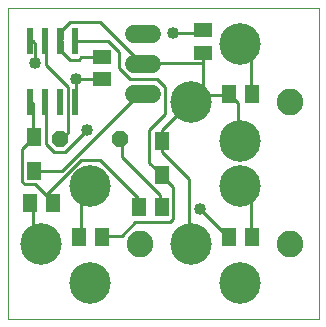
<source format=gbl>
G75*
%MOIN*%
%OFA0B0*%
%FSLAX25Y25*%
%IPPOS*%
%LPD*%
%AMOC8*
5,1,8,0,0,1.08239X$1,22.5*
%
%ADD10C,0.00000*%
%ADD11R,0.05906X0.05118*%
%ADD12R,0.05118X0.05906*%
%ADD13OC8,0.05200*%
%ADD14R,0.04724X0.05906*%
%ADD15R,0.02362X0.08661*%
%ADD16C,0.06000*%
%ADD17C,0.13843*%
%ADD18C,0.08858*%
%ADD19C,0.01000*%
%ADD20C,0.04000*%
D10*
X0003500Y0001000D02*
X0003500Y0104711D01*
X0107201Y0104711D01*
X0107201Y0001000D01*
X0003500Y0001000D01*
D11*
X0034750Y0081010D03*
X0034750Y0088490D03*
X0068500Y0089760D03*
X0068500Y0097240D03*
D12*
X0077260Y0076000D03*
X0084740Y0076000D03*
X0054740Y0038500D03*
X0047260Y0038500D03*
X0034740Y0028500D03*
X0027260Y0028500D03*
X0018490Y0039750D03*
X0011010Y0039750D03*
X0077260Y0028500D03*
X0084740Y0028500D03*
D13*
X0041000Y0061000D03*
X0021000Y0061000D03*
D14*
X0012250Y0061709D03*
X0012250Y0050291D03*
X0054750Y0049041D03*
X0054750Y0060459D03*
D15*
X0026000Y0073264D03*
X0021000Y0073264D03*
X0016000Y0073264D03*
X0011000Y0073264D03*
X0011000Y0093736D03*
X0016000Y0093736D03*
X0021000Y0093736D03*
X0026000Y0093736D03*
D16*
X0045500Y0096000D02*
X0051500Y0096000D01*
X0051500Y0086000D02*
X0045500Y0086000D01*
X0045500Y0076000D02*
X0051500Y0076000D01*
D17*
X0064465Y0073500D03*
X0081000Y0060508D03*
X0081000Y0045291D03*
X0064465Y0026000D03*
X0081000Y0013008D03*
X0031000Y0013008D03*
X0014465Y0026000D03*
X0031000Y0045291D03*
X0081000Y0092791D03*
D18*
X0097535Y0073500D03*
X0097535Y0026000D03*
X0047535Y0026000D03*
D19*
X0041500Y0028900D02*
X0046000Y0033400D01*
X0057700Y0033400D01*
X0058600Y0034300D01*
X0058600Y0045100D01*
X0055000Y0048700D01*
X0054750Y0049041D01*
X0054100Y0049600D01*
X0050500Y0053200D01*
X0050500Y0064000D01*
X0055900Y0069400D01*
X0055900Y0078400D01*
X0053200Y0081100D01*
X0044200Y0081100D01*
X0040600Y0084700D01*
X0040600Y0090100D01*
X0037000Y0093700D01*
X0026200Y0093700D01*
X0026000Y0093736D01*
X0021700Y0093700D02*
X0021700Y0090100D01*
X0024400Y0087400D01*
X0027100Y0087400D01*
X0028000Y0088300D01*
X0034300Y0088300D01*
X0034750Y0088490D01*
X0034300Y0081100D02*
X0034750Y0081010D01*
X0034300Y0081100D02*
X0026200Y0081100D01*
X0026200Y0073900D01*
X0026000Y0073264D01*
X0023500Y0078400D02*
X0023500Y0063100D01*
X0021700Y0061300D01*
X0021000Y0061000D01*
X0022600Y0056800D02*
X0019000Y0056800D01*
X0016300Y0059500D01*
X0016300Y0073000D01*
X0016000Y0073264D01*
X0011800Y0073000D02*
X0011000Y0073264D01*
X0011800Y0073000D02*
X0011800Y0062200D01*
X0012250Y0061709D01*
X0011800Y0061300D01*
X0008200Y0057700D01*
X0008200Y0046900D01*
X0009100Y0046000D01*
X0012700Y0046000D01*
X0016300Y0042400D01*
X0018490Y0039750D01*
X0018100Y0040600D01*
X0016300Y0042400D01*
X0028000Y0054100D01*
X0034300Y0054100D01*
X0046900Y0041500D01*
X0046900Y0038800D01*
X0047260Y0038500D01*
X0054100Y0038800D02*
X0054740Y0038500D01*
X0054100Y0038800D02*
X0054100Y0042400D01*
X0041500Y0055000D01*
X0041500Y0060400D01*
X0041000Y0061000D01*
X0029800Y0064000D02*
X0022600Y0056800D01*
X0021700Y0050500D02*
X0047800Y0076600D01*
X0048500Y0076000D01*
X0048500Y0086000D02*
X0047800Y0086500D01*
X0034300Y0100000D01*
X0024400Y0100000D01*
X0021700Y0097300D01*
X0021700Y0094600D01*
X0021000Y0093736D01*
X0021700Y0093700D01*
X0016300Y0093700D02*
X0016000Y0093736D01*
X0016300Y0093700D02*
X0016300Y0085600D01*
X0023500Y0078400D01*
X0012700Y0086500D02*
X0012700Y0092800D01*
X0011800Y0093700D01*
X0011000Y0093736D01*
X0048500Y0086000D02*
X0048700Y0086500D01*
X0068500Y0086500D01*
X0068500Y0089760D01*
X0068500Y0086500D02*
X0068500Y0075700D01*
X0064465Y0073500D01*
X0064900Y0073900D01*
X0066700Y0075700D01*
X0068500Y0075700D01*
X0076600Y0075700D01*
X0077260Y0076000D01*
X0077500Y0075700D01*
X0080200Y0073000D01*
X0080200Y0061300D01*
X0081000Y0060508D01*
X0084740Y0076000D02*
X0084700Y0076600D01*
X0084700Y0088300D01*
X0081100Y0091900D01*
X0081000Y0092791D01*
X0068500Y0096400D02*
X0068500Y0097240D01*
X0068500Y0096400D02*
X0058600Y0096400D01*
X0064465Y0073500D02*
X0064000Y0073000D01*
X0055000Y0064000D01*
X0055000Y0061300D01*
X0054750Y0060459D01*
X0055000Y0060400D01*
X0055000Y0056800D01*
X0064000Y0047800D01*
X0064000Y0026200D01*
X0064465Y0026000D01*
X0067600Y0037900D02*
X0076600Y0028900D01*
X0077260Y0028500D01*
X0084700Y0028900D02*
X0084740Y0028500D01*
X0084700Y0028900D02*
X0084700Y0041500D01*
X0081100Y0045100D01*
X0081000Y0045291D01*
X0041500Y0028900D02*
X0035200Y0028900D01*
X0034740Y0028500D01*
X0028000Y0028900D02*
X0027260Y0028500D01*
X0028000Y0028900D02*
X0028000Y0042400D01*
X0030700Y0045100D01*
X0031000Y0045291D01*
X0021700Y0050500D02*
X0012700Y0050500D01*
X0012250Y0050291D01*
X0011800Y0039700D02*
X0011010Y0039750D01*
X0011800Y0039700D02*
X0011800Y0028000D01*
X0013600Y0026200D01*
X0014465Y0026000D01*
D20*
X0029800Y0064000D03*
X0026200Y0081100D03*
X0012700Y0086500D03*
X0058600Y0096400D03*
X0067600Y0037900D03*
M02*

</source>
